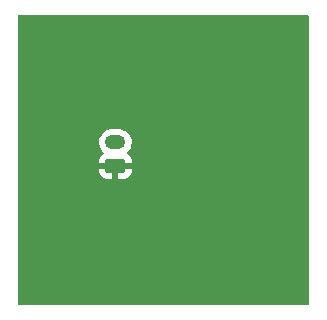
<source format=gbr>
%TF.GenerationSoftware,KiCad,Pcbnew,7.0.9-7.0.9~ubuntu23.04.1*%
%TF.CreationDate,2024-01-10T16:36:44+00:00*%
%TF.ProjectId,test_project,74657374-5f70-4726-9f6a-6563742e6b69,rev?*%
%TF.SameCoordinates,Original*%
%TF.FileFunction,Copper,L2,Inr*%
%TF.FilePolarity,Positive*%
%FSLAX46Y46*%
G04 Gerber Fmt 4.6, Leading zero omitted, Abs format (unit mm)*
G04 Created by KiCad (PCBNEW 7.0.9-7.0.9~ubuntu23.04.1) date 2024-01-10 16:36:44*
%MOMM*%
%LPD*%
G01*
G04 APERTURE LIST*
G04 Aperture macros list*
%AMRoundRect*
0 Rectangle with rounded corners*
0 $1 Rounding radius*
0 $2 $3 $4 $5 $6 $7 $8 $9 X,Y pos of 4 corners*
0 Add a 4 corners polygon primitive as box body*
4,1,4,$2,$3,$4,$5,$6,$7,$8,$9,$2,$3,0*
0 Add four circle primitives for the rounded corners*
1,1,$1+$1,$2,$3*
1,1,$1+$1,$4,$5*
1,1,$1+$1,$6,$7*
1,1,$1+$1,$8,$9*
0 Add four rect primitives between the rounded corners*
20,1,$1+$1,$2,$3,$4,$5,0*
20,1,$1+$1,$4,$5,$6,$7,0*
20,1,$1+$1,$6,$7,$8,$9,0*
20,1,$1+$1,$8,$9,$2,$3,0*%
G04 Aperture macros list end*
%TA.AperFunction,ComponentPad*%
%ADD10RoundRect,0.250000X0.625000X-0.350000X0.625000X0.350000X-0.625000X0.350000X-0.625000X-0.350000X0*%
%TD*%
%TA.AperFunction,ComponentPad*%
%ADD11O,1.750000X1.200000*%
%TD*%
G04 APERTURE END LIST*
D10*
%TO.N,GND*%
%TO.C,J101*%
X135636000Y-89392000D03*
D11*
%TO.N,+3.3V*%
X135636000Y-87392000D03*
%TD*%
%TA.AperFunction,Conductor*%
%TO.N,GND*%
G36*
X151942539Y-76620185D02*
G01*
X151988294Y-76672989D01*
X151999500Y-76724500D01*
X151999500Y-101075500D01*
X151979815Y-101142539D01*
X151927011Y-101188294D01*
X151875500Y-101199500D01*
X127524500Y-101199500D01*
X127457461Y-101179815D01*
X127411706Y-101127011D01*
X127400500Y-101075500D01*
X127400500Y-87339401D01*
X134256746Y-87339401D01*
X134266745Y-87549327D01*
X134316296Y-87753578D01*
X134316298Y-87753582D01*
X134403598Y-87944743D01*
X134403601Y-87944748D01*
X134403602Y-87944750D01*
X134403604Y-87944753D01*
X134466627Y-88033256D01*
X134525515Y-88115953D01*
X134628456Y-88214107D01*
X134663391Y-88274616D01*
X134660066Y-88344406D01*
X134619538Y-88401321D01*
X134607983Y-88409388D01*
X134542659Y-88449680D01*
X134542655Y-88449683D01*
X134418684Y-88573654D01*
X134326643Y-88722875D01*
X134326641Y-88722880D01*
X134271494Y-88889302D01*
X134271493Y-88889309D01*
X134261000Y-88992013D01*
X134261000Y-89142000D01*
X135356440Y-89142000D01*
X135317722Y-89184059D01*
X135267449Y-89298670D01*
X135257114Y-89423395D01*
X135287837Y-89544719D01*
X135351394Y-89642000D01*
X134261001Y-89642000D01*
X134261001Y-89791986D01*
X134271494Y-89894697D01*
X134326641Y-90061119D01*
X134326643Y-90061124D01*
X134418684Y-90210345D01*
X134542654Y-90334315D01*
X134691875Y-90426356D01*
X134691880Y-90426358D01*
X134858302Y-90481505D01*
X134858309Y-90481506D01*
X134961019Y-90491999D01*
X135385999Y-90491999D01*
X135386000Y-90491998D01*
X135386000Y-89672617D01*
X135455052Y-89726363D01*
X135573424Y-89767000D01*
X135667073Y-89767000D01*
X135759446Y-89751586D01*
X135869514Y-89692019D01*
X135886000Y-89674110D01*
X135886000Y-90491999D01*
X136310972Y-90491999D01*
X136310986Y-90491998D01*
X136413697Y-90481505D01*
X136580119Y-90426358D01*
X136580124Y-90426356D01*
X136729345Y-90334315D01*
X136853315Y-90210345D01*
X136945356Y-90061124D01*
X136945358Y-90061119D01*
X137000505Y-89894697D01*
X137000506Y-89894690D01*
X137010999Y-89791986D01*
X137011000Y-89791973D01*
X137011000Y-89642000D01*
X135915560Y-89642000D01*
X135954278Y-89599941D01*
X136004551Y-89485330D01*
X136014886Y-89360605D01*
X135984163Y-89239281D01*
X135920606Y-89142000D01*
X137010999Y-89142000D01*
X137010999Y-88992028D01*
X137010998Y-88992013D01*
X137000505Y-88889302D01*
X136945358Y-88722880D01*
X136945356Y-88722875D01*
X136853315Y-88573654D01*
X136729344Y-88449683D01*
X136729340Y-88449680D01*
X136665841Y-88410513D01*
X136619116Y-88358565D01*
X136607895Y-88289603D01*
X136635738Y-88225521D01*
X136654289Y-88207503D01*
X136673882Y-88192095D01*
X136673881Y-88192095D01*
X136673886Y-88192092D01*
X136811519Y-88033256D01*
X136916604Y-87851244D01*
X136985344Y-87652633D01*
X137015254Y-87444602D01*
X137005254Y-87234670D01*
X136955704Y-87030424D01*
X136955701Y-87030417D01*
X136868401Y-86839256D01*
X136868398Y-86839251D01*
X136868397Y-86839250D01*
X136868396Y-86839247D01*
X136746486Y-86668048D01*
X136746484Y-86668046D01*
X136746479Y-86668040D01*
X136594379Y-86523014D01*
X136417574Y-86409388D01*
X136222455Y-86331274D01*
X136016086Y-86291500D01*
X136016085Y-86291500D01*
X135308575Y-86291500D01*
X135151782Y-86306472D01*
X135151778Y-86306473D01*
X134950127Y-86365683D01*
X134763313Y-86461991D01*
X134598116Y-86591905D01*
X134598112Y-86591909D01*
X134460478Y-86750746D01*
X134355398Y-86932750D01*
X134286656Y-87131365D01*
X134286656Y-87131367D01*
X134271804Y-87234670D01*
X134256746Y-87339401D01*
X127400500Y-87339401D01*
X127400500Y-76724500D01*
X127420185Y-76657461D01*
X127472989Y-76611706D01*
X127524500Y-76600500D01*
X151875500Y-76600500D01*
X151942539Y-76620185D01*
G37*
%TD.AperFunction*%
%TD*%
M02*

</source>
